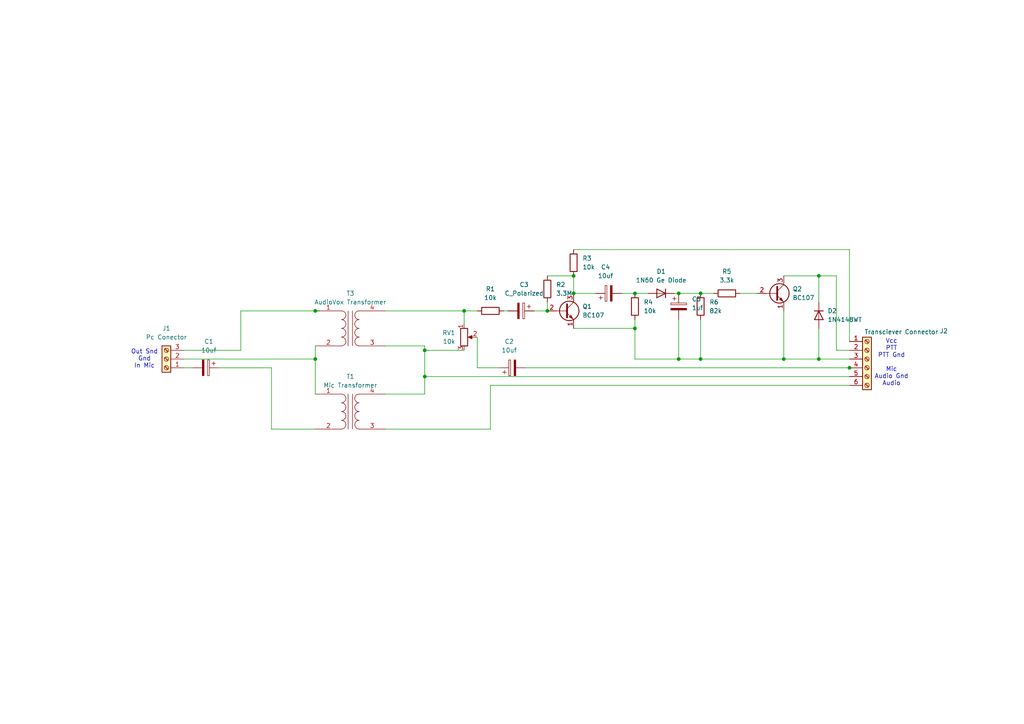
<source format=kicad_sch>
(kicad_sch (version 20250114) (generator "eeschema") (generator_version "9.0")
  (paper "A4")
  (title_block (title "Interfaz de audio para modos digitales IC-725") (date "2025-10-30") (rev "1") (company "Juan Jose Nicola"))
  (lib_symbols
    (symbol "Connector:Screw_Terminal_01x03" (pin_names (offset 1.016) (hide yes))
      (property "Reference" "J" (at 0 5.08 0))
      (property "Value" "Screw_Terminal_01x03" (at 0 -5.08 0))
      (symbol "Screw_Terminal_01x03_1_1"
        (rectangle (start -1.27 3.81) (end 1.27 -3.81) (stroke (width 0.254)) (fill (type background)))
        (polyline (pts (xy -0.5334 2.8702) (xy 0.3302 2.032)) (stroke (width 0.1524)))
        (polyline (pts (xy -0.5334 0.3302) (xy 0.3302 -0.508)) (stroke (width 0.1524)))
        (polyline (pts (xy -0.5334 -2.2098) (xy 0.3302 -3.048)) (stroke (width 0.1524)))
        (polyline (pts (xy -0.3556 3.048) (xy 0.508 2.2098)) (stroke (width 0.1524)))
        (polyline (pts (xy -0.3556 0.508) (xy 0.508 -0.3302)) (stroke (width 0.1524)))
        (polyline (pts (xy -0.3556 -2.032) (xy 0.508 -2.8702)) (stroke (width 0.1524)))
        (circle (center 0 2.54) (radius 0.635) (stroke (width 0.1524)))
        (circle (center 0 0) (radius 0.635) (stroke (width 0.1524)))
        (circle (center 0 -2.54) (radius 0.635) (stroke (width 0.1524)))
        (pin passive line (at -5.08 2.54 0) (length 3.81) (name "Pin_1") (number "1"))
        (pin passive line (at -5.08 0 0) (length 3.81) (name "Pin_2") (number "2"))
        (pin passive line (at -5.08 -2.54 0) (length 3.81) (name "Pin_3") (number "3"))
      )
    )
    (symbol "Connector:Screw_Terminal_01x06" (pin_names (offset 1.016) (hide yes))
      (property "Reference" "J" (at 0 7.62 0))
      (property "Value" "Screw_Terminal_01x06" (at 0 -10.16 0))
      (symbol "Screw_Terminal_01x06_1_1"
        (rectangle (start -1.27 6.35) (end 1.27 -8.89) (stroke (width 0.254)) (fill (type background)))
        (polyline (pts (xy -0.5334 5.4102) (xy 0.3302 4.572)) (stroke (width 0.1524)))
        (polyline (pts (xy -0.5334 2.8702) (xy 0.3302 2.032)) (stroke (width 0.1524)))
        (polyline (pts (xy -0.5334 0.3302) (xy 0.3302 -0.508)) (stroke (width 0.1524)))
        (polyline (pts (xy -0.5334 -2.2098) (xy 0.3302 -3.048)) (stroke (width 0.1524)))
        (polyline (pts (xy -0.5334 -4.7498) (xy 0.3302 -5.588)) (stroke (width 0.1524)))
        (polyline (pts (xy -0.5334 -7.2898) (xy 0.3302 -8.128)) (stroke (width 0.1524)))
        (polyline (pts (xy -0.3556 5.588) (xy 0.508 4.7498)) (stroke (width 0.1524)))
        (polyline (pts (xy -0.3556 3.048) (xy 0.508 2.2098)) (stroke (width 0.1524)))
        (polyline (pts (xy -0.3556 0.508) (xy 0.508 -0.3302)) (stroke (width 0.1524)))
        (polyline (pts (xy -0.3556 -2.032) (xy 0.508 -2.8702)) (stroke (width 0.1524)))
        (polyline (pts (xy -0.3556 -4.572) (xy 0.508 -5.4102)) (stroke (width 0.1524)))
        (polyline (pts (xy -0.3556 -7.112) (xy 0.508 -7.9502)) (stroke (width 0.1524)))
        (circle (center 0 5.08) (radius 0.635) (stroke (width 0.1524)))
        (circle (center 0 2.54) (radius 0.635) (stroke (width 0.1524)))
        (circle (center 0 0) (radius 0.635) (stroke (width 0.1524)))
        (circle (center 0 -2.54) (radius 0.635) (stroke (width 0.1524)))
        (circle (center 0 -5.08) (radius 0.635) (stroke (width 0.1524)))
        (circle (center 0 -7.62) (radius 0.635) (stroke (width 0.1524)))
        (pin passive line (at -5.08 5.08 0) (length 3.81) (name "Pin_1") (number "1"))
        (pin passive line (at -5.08 2.54 0) (length 3.81) (name "Pin_2") (number "2"))
        (pin passive line (at -5.08 0 0) (length 3.81) (name "Pin_3") (number "3"))
        (pin passive line (at -5.08 -2.54 0) (length 3.81) (name "Pin_4") (number "4"))
        (pin passive line (at -5.08 -5.08 0) (length 3.81) (name "Pin_5") (number "5"))
        (pin passive line (at -5.08 -7.62 0) (length 3.81) (name "Pin_6") (number "6"))
      )
    )
    (symbol "Device:C_Polarized" (pin_numbers (hide yes)) (pin_names (offset 0.254))
      (property "Reference" "C" (at 0.635 2.54 0))
      (property "Value" "C_Polarized" (at 0.635 -2.54 0))
      (symbol "C_Polarized_0_1"
        (rectangle (start -2.286 0.508) (end 2.286 1.016))
        (polyline (pts (xy -1.778 2.286) (xy -0.762 2.286)))
        (polyline (pts (xy -1.27 2.794) (xy -1.27 1.778)))
        (rectangle (start 2.286 -0.508) (end -2.286 -1.016) (fill (type outline)))
      )
      (symbol "C_Polarized_1_1"
        (pin passive line (at 0 3.81 270) (length 2.794) (name "~") (number "1"))
        (pin passive line (at 0 -3.81 90) (length 2.794) (name "~") (number "2"))
      )
    )
    (symbol "Device:R" (pin_numbers (hide yes)) (pin_names (offset 0))
      (property "Reference" "R" (at 2.032 0 90))
      (property "Value" "R" (at 0 0 90))
      (symbol "R_0_1"
        (rectangle (start -1.016 -2.54) (end 1.016 2.54) (stroke (width 0.254)))
      )
      (symbol "R_1_1"
        (pin passive line (at 0 3.81 270) (length 1.27) (name "~") (number "1"))
        (pin passive line (at 0 -3.81 90) (length 1.27) (name "~") (number "2"))
      )
    )
    (symbol "Device:R_Potentiometer" (pin_names (offset 1.016) (hide yes))
      (property "Reference" "RV" (at -4.445 0 90))
      (property "Value" "R_Potentiometer" (at -2.54 0 90))
      (symbol "R_Potentiometer_0_1"
        (rectangle (start 1.016 2.54) (end -1.016 -2.54) (stroke (width 0.254)))
        (polyline (pts (xy 1.143 0) (xy 2.286 0.508) (xy 2.286 -0.508) (xy 1.143 0)) (fill (type outline)))
        (polyline (pts (xy 2.54 0) (xy 1.524 0)))
      )
      (symbol "R_Potentiometer_1_1"
        (pin passive line (at 0 3.81 270) (length 1.27) (name "1") (number "1"))
        (pin passive line (at 0 -3.81 90) (length 1.27) (name "3") (number "3"))
        (pin passive line (at 3.81 0 180) (length 1.27) (name "2") (number "2"))
      )
    )
    (symbol "Device:Transformer_1P_1S" (pin_names (offset 1.016) (hide yes))
      (property "Reference" "T" (at 0 6.35 0))
      (property "Value" "Transformer_1P_1S" (at 0 -7.62 0))
      (symbol "Transformer_1P_1S_0_1"
        (arc (start -1.27 3.81) (mid -1.656 2.9336) (end -2.54 2.5654))
        (arc (start -1.27 1.27) (mid -1.656 0.3936) (end -2.54 0.0254))
        (arc (start -1.27 -1.27) (mid -1.656 -2.1464) (end -2.54 -2.5146))
        (arc (start -1.27 -3.81) (mid -1.656 -4.6864) (end -2.54 -5.0546))
        (arc (start -2.54 5.08) (mid -1.642 4.708) (end -1.27 3.81))
        (arc (start -2.54 2.54) (mid -1.642 2.168) (end -1.27 1.27))
        (arc (start -2.54 0) (mid -1.642 -0.372) (end -1.27 -1.27))
        (arc (start -2.54 -2.54) (mid -1.642 -2.912) (end -1.27 -3.81))
        (polyline (pts (xy -0.635 5.08) (xy -0.635 -5.08)))
        (polyline (pts (xy 0.635 -5.08) (xy 0.635 5.08)))
        (arc (start 1.2954 3.81) (mid 1.6457 4.7117) (end 2.54 5.08))
        (arc (start 1.2954 1.27) (mid 1.6457 2.1717) (end 2.54 2.54))
        (arc (start 1.2954 -1.27) (mid 1.6457 -0.3683) (end 2.54 0))
        (arc (start 2.54 2.5654) (mid 1.6599 2.9299) (end 1.2954 3.81))
        (arc (start 2.54 0.0254) (mid 1.6599 0.3899) (end 1.2954 1.27))
        (arc (start 2.54 -2.5146) (mid 1.6599 -2.1501) (end 1.2954 -1.27))
        (arc (start 1.3208 -3.81) (mid 1.6711 -2.9085) (end 2.5654 -2.54))
        (arc (start 2.5654 -5.0546) (mid 1.6851 -4.6902) (end 1.3208 -3.81))
      )
      (symbol "Transformer_1P_1S_1_1"
        (pin passive line (at -10.16 5.08 0) (length 7.62) (name "AA") (number "1"))
        (pin passive line (at -10.16 -5.08 0) (length 7.62) (name "AB") (number "2"))
        (pin passive line (at 10.16 5.08 180) (length 7.62) (name "SB") (number "4"))
        (pin passive line (at 10.16 -5.08 180) (length 7.62) (name "SA") (number "3"))
      )
    )
    (symbol "Diode:1N4148WT" (pin_numbers (hide yes)) (pin_names (hide yes))
      (property "Reference" "D" (at 0 2.54 0))
      (property "Value" "1N4148WT" (at 0 -2.54 0))
      (symbol "1N4148WT_0_1"
        (polyline (pts (xy -1.27 1.27) (xy -1.27 -1.27)) (stroke (width 0.254)))
        (polyline (pts (xy 1.27 1.27) (xy 1.27 -1.27) (xy -1.27 0) (xy 1.27 1.27)) (stroke (width 0.254)))
        (polyline (pts (xy 1.27 0) (xy -1.27 0)))
      )
      (symbol "1N4148WT_1_1"
        (pin passive line (at -3.81 0 0) (length 2.54) (name "K") (number "1"))
        (pin passive line (at 3.81 0 180) (length 2.54) (name "A") (number "2"))
      )
    )
    (symbol "Transistor_BJT:BC107" (pin_names (offset 0) (hide yes))
      (property "Reference" "Q" (at 5.08 1.905 0))
      (property "Value" "BC107" (at 5.08 0 0))
      (symbol "BC107_0_1"
        (polyline (pts (xy -2.54 0) (xy 0.635 0)))
        (polyline (pts (xy 0.635 1.905) (xy 0.635 -1.905)) (stroke (width 0.508)))
        (circle (center 1.27 0) (radius 2.8194) (stroke (width 0.254)))
      )
      (symbol "BC107_1_1"
        (polyline (pts (xy 0.635 0.635) (xy 2.54 2.54)))
        (polyline (pts (xy 0.635 -0.635) (xy 2.54 -2.54)))
        (polyline (pts (xy 1.27 -1.778) (xy 1.778 -1.27) (xy 2.286 -2.286) (xy 1.27 -1.778)) (fill (type outline)))
        (pin input line (at -5.08 0 0) (length 2.54) (name "B") (number "2"))
        (pin passive line (at 2.54 5.08 270) (length 2.54) (name "C") (number "3"))
        (pin passive line (at 2.54 -5.08 90) (length 2.54) (name "E") (number "1"))
      )
    )
  )
  (text "Out Snd\nGnd\nIn Mic" (at 41.91 104.14 0) (effects (font (size 1.27 1.27))))
  (text "Vcc\nPTT\nPTT Gnd\n\nMic\nAudio Gnd\nAudio" (at 258.572 105.156 0) (effects (font (size 1.27 1.27))))
  (junction (at 158.75 90.17))
  (junction (at 227.33 104.14))
  (junction (at 196.85 104.14))
  (junction (at 123.19 109.22))
  (junction (at 184.15 95.25))
  (junction (at 196.85 85.09))
  (junction (at 184.15 85.09))
  (junction (at 91.44 104.14))
  (junction (at 134.62 90.17))
  (junction (at 203.2 104.14))
  (junction (at 166.37 85.09))
  (junction (at 91.44 90.17))
  (junction (at 237.49 80.01))
  (junction (at 166.37 80.01))
  (junction (at 246.38 106.68))
  (junction (at 203.2 85.09))
  (junction (at 123.19 101.6))
  (junction (at 237.49 104.14))
  (wire (pts (xy 246.38 106.68) (xy 247.65 106.68)))
  (wire (pts (xy 246.38 104.14) (xy 237.49 104.14)))
  (wire (pts (xy 134.62 101.6) (xy 123.19 101.6)))
  (wire (pts (xy 195.58 85.09) (xy 196.85 85.09)))
  (wire (pts (xy 237.49 80.01) (xy 237.49 87.63)))
  (wire (pts (xy 146.05 90.17) (xy 147.32 90.17)))
  (wire (pts (xy 158.75 87.63) (xy 158.75 90.17)))
  (wire (pts (xy 152.4 106.68) (xy 246.38 106.68)))
  (wire (pts (xy 203.2 104.14) (xy 196.85 104.14)))
  (wire (pts (xy 111.76 100.33) (xy 123.19 100.33)))
  (wire (pts (xy 246.38 109.22) (xy 123.19 109.22)))
  (wire (pts (xy 63.5 106.68) (xy 78.74 106.68)))
  (wire (pts (xy 142.24 111.76) (xy 142.24 124.46)))
  (wire (pts (xy 184.15 85.09) (xy 187.96 85.09)))
  (wire (pts (xy 123.19 100.33) (xy 123.19 101.6)))
  (wire (pts (xy 69.85 90.17) (xy 91.44 90.17)))
  (wire (pts (xy 78.74 106.68) (xy 78.74 124.46)))
  (wire (pts (xy 53.34 101.6) (xy 69.85 101.6)))
  (wire (pts (xy 111.76 114.3) (xy 123.19 114.3)))
  (wire (pts (xy 242.57 80.01) (xy 237.49 80.01)))
  (wire (pts (xy 166.37 95.25) (xy 184.15 95.25)))
  (wire (pts (xy 227.33 80.01) (xy 237.49 80.01)))
  (wire (pts (xy 227.33 90.17) (xy 227.33 104.14)))
  (wire (pts (xy 214.63 85.09) (xy 219.71 85.09)))
  (wire (pts (xy 166.37 85.09) (xy 172.72 85.09)))
  (wire (pts (xy 203.2 85.09) (xy 207.01 85.09)))
  (wire (pts (xy 227.33 104.14) (xy 203.2 104.14)))
  (wire (pts (xy 138.43 106.68) (xy 144.78 106.68)))
  (wire (pts (xy 203.2 92.71) (xy 203.2 104.14)))
  (wire (pts (xy 196.85 85.09) (xy 203.2 85.09)))
  (wire (pts (xy 111.76 90.17) (xy 134.62 90.17)))
  (wire (pts (xy 134.62 90.17) (xy 134.62 93.98)))
  (wire (pts (xy 91.44 90.17) (xy 92.71 90.17)))
  (wire (pts (xy 142.24 111.76) (xy 246.38 111.76)))
  (wire (pts (xy 123.19 109.22) (xy 123.19 114.3)))
  (wire (pts (xy 69.85 101.6) (xy 69.85 90.17)))
  (wire (pts (xy 154.94 90.17) (xy 158.75 90.17)))
  (wire (pts (xy 237.49 104.14) (xy 227.33 104.14)))
  (wire (pts (xy 180.34 85.09) (xy 184.15 85.09)))
  (wire (pts (xy 53.34 106.68) (xy 55.88 106.68)))
  (wire (pts (xy 196.85 92.71) (xy 196.85 104.14)))
  (wire (pts (xy 138.43 97.79) (xy 138.43 106.68)))
  (wire (pts (xy 246.38 101.6) (xy 242.57 101.6)))
  (wire (pts (xy 123.19 101.6) (xy 123.19 109.22)))
  (wire (pts (xy 158.75 80.01) (xy 166.37 80.01)))
  (wire (pts (xy 184.15 104.14) (xy 184.15 95.25)))
  (wire (pts (xy 246.38 99.06) (xy 246.38 72.39)))
  (wire (pts (xy 53.34 104.14) (xy 91.44 104.14)))
  (wire (pts (xy 78.74 124.46) (xy 91.44 124.46)))
  (wire (pts (xy 111.76 124.46) (xy 142.24 124.46)))
  (wire (pts (xy 196.85 104.14) (xy 184.15 104.14)))
  (wire (pts (xy 242.57 101.6) (xy 242.57 80.01)))
  (wire (pts (xy 91.44 104.14) (xy 91.44 100.33)))
  (wire (pts (xy 91.44 104.14) (xy 91.44 114.3)))
  (wire (pts (xy 166.37 80.01) (xy 166.37 85.09)))
  (wire (pts (xy 237.49 95.25) (xy 237.49 104.14)))
  (wire (pts (xy 184.15 95.25) (xy 184.15 92.71)))
  (wire (pts (xy 246.38 72.39) (xy 166.37 72.39)))
  (wire (pts (xy 134.62 90.17) (xy 138.43 90.17)))
  (symbol (lib_id "Device:R") (at 203.2 88.9 0) (unit 1)
    (property "Reference" "R6" (at 205.74 87.6299 0) (effects (justify left)))
    (property "Value" "82k" (at 205.74 90.1699 0) (effects (justify left)))
    (property "Footprint" "Resistor_THT:R_Axial_DIN0414_L11.9mm_D4.5mm_P20.32mm_Horizontal" (effects (hide yes)))
    (property "Description" "Resistor" (effects (hide yes)))
  )
  (symbol (lib_id "Device:C_Polarized") (at 196.85 88.9 0) (unit 1)
    (property "Reference" "C5" (at 200.66 86.7409 0) (effects (justify left)))
    (property "Value" "1uf" (at 200.66 89.2809 0) (effects (justify left)))
    (property "Footprint" "Capacitor_THT:CP_Radial_D5.0mm_P2.00mm" (effects (hide yes)))
    (property "Description" "Polarized capacitor" (effects (hide yes)))
  )
  (symbol (lib_id "Diode:1N4148WT") (at 191.77 85.09 180) (unit 1)
    (property "Reference" "D1" (at 191.77 78.74 0))
    (property "Value" "1N60 Ge Diode" (at 191.77 81.28 0))
    (property "Footprint" "Diode_THT:D_DO-15_P10.16mm_Horizontal" (effects (hide yes)))
    (property "Datasheet" "https://www.diodes.com/assets/Datasheets/ds30396.pdf" (effects (hide yes)))
    (property "Description" "75V 0.15A Fast switching Diode, SOD-523" (effects (hide yes)))
    (property "Sim.Device" "D" (effects (hide yes)))
    (property "Sim.Pins" "1=K 2=A" (effects (hide yes)))
  )
  (symbol (lib_id "Device:R") (at 166.37 76.2 0) (unit 1)
    (property "Reference" "R3" (at 168.91 74.9299 0) (effects (justify left)))
    (property "Value" "10k" (at 168.91 77.4699 0) (effects (justify left)))
    (property "Footprint" "Resistor_THT:R_Axial_DIN0414_L11.9mm_D4.5mm_P20.32mm_Horizontal" (effects (hide yes)))
    (property "Description" "Resistor" (effects (hide yes)))
  )
  (symbol (lib_id "Device:R") (at 184.15 88.9 180) (unit 1)
    (property "Reference" "R4" (at 186.69 87.6299 0) (effects (justify right)))
    (property "Value" "10k" (at 186.69 90.1699 0) (effects (justify right)))
    (property "Footprint" "Resistor_THT:R_Axial_DIN0414_L11.9mm_D4.5mm_P20.32mm_Horizontal" (effects (hide yes)))
    (property "Description" "Resistor" (effects (hide yes)))
  )
  (symbol (lib_id "Device:Transformer_1P_1S") (at 101.6 119.38 0) (unit 1)
    (property "Reference" "T1" (at 101.6127 109.22 0))
    (property "Value" "Mic Transformer" (at 101.6127 111.76 0))
    (property "Footprint" "Transformer_THT:Transformer_Zeming_ZMPT101K" (effects (hide yes)))
    (property "Description" "Transformer, single primary, single secondary" (effects (hide yes)))
  )
  (symbol (lib_id "Transistor_BJT:BC107") (at 163.83 90.17 0) (unit 1)
    (property "Reference" "Q1" (at 168.91 88.8999 0) (effects (justify left)))
    (property "Value" "BC107" (at 168.91 91.4399 0) (effects (justify left)))
    (property "Footprint" "Package_TO_SOT_THT:TO-92L_Inline_Wide" (effects (hide yes)))
    (property "Datasheet" "http://www.b-kainka.de/Daten/Transistor/BC108.pdf" (effects (hide yes)))
    (property "Description" "0.1A Ic, 50V Vce, Low Noise General Purpose NPN Transistor, TO-18" (effects (hide yes)))
  )
  (symbol (lib_id "Device:R") (at 210.82 85.09 90) (unit 1)
    (property "Reference" "R5" (at 210.82 78.74 90))
    (property "Value" "3.3k" (at 210.82 81.28 90))
    (property "Footprint" "Resistor_THT:R_Axial_DIN0414_L11.9mm_D4.5mm_P20.32mm_Horizontal" (effects (hide yes)))
    (property "Description" "Resistor" (effects (hide yes)))
  )
  (symbol (lib_id "Transistor_BJT:BC107") (at 224.79 85.09 0) (unit 1)
    (property "Reference" "Q2" (at 229.87 83.8199 0) (effects (justify left)))
    (property "Value" "BC107" (at 229.87 86.3599 0) (effects (justify left)))
    (property "Footprint" "Package_TO_SOT_THT:TO-92L_Inline" (effects (hide yes)))
    (property "Datasheet" "http://www.b-kainka.de/Daten/Transistor/BC108.pdf" (effects (hide yes)))
    (property "Description" "0.1A Ic, 50V Vce, Low Noise General Purpose NPN Transistor, TO-18" (effects (hide yes)))
  )
  (symbol (lib_id "Diode:1N4148WT") (at 237.49 91.44 270) (unit 1)
    (property "Reference" "D2" (at 240.03 90.1699 90) (effects (justify left)))
    (property "Value" "1N4148WT" (at 240.03 92.7099 90) (effects (justify left)))
    (property "Footprint" "Diode_THT:D_DO-15_P10.16mm_Horizontal" (effects (hide yes)))
    (property "Datasheet" "https://www.diodes.com/assets/Datasheets/ds30396.pdf" (effects (hide yes)))
    (property "Description" "75V 0.15A Fast switching Diode, SOD-523" (effects (hide yes)))
    (property "Sim.Device" "D" (effects (hide yes)))
    (property "Sim.Pins" "1=K 2=A" (effects (hide yes)))
  )
  (symbol (lib_id "Connector:Screw_Terminal_01x03") (at 48.26 104.14 180) (unit 1)
    (property "Reference" "J1" (at 48.26 95.25 0))
    (property "Value" "Pc Conector" (at 48.26 97.79 0))
    (property "Footprint" "TerminalBlock_TE-Connectivity:TerminalBlock_TE_282834-3_1x03_P2.54mm_Horizontal" (effects (hide yes)))
    (property "Description" "Generic screw terminal, single row, 01x03, script generated (kicad-library-utils/schlib/autogen/connector/)" (effects (hide yes)))
  )
  (symbol (lib_id "Device:C_Polarized") (at 148.59 106.68 90) (unit 1)
    (property "Reference" "C2" (at 147.701 99.06 90))
    (property "Value" "10uf" (at 147.701 101.6 90))
    (property "Footprint" "Capacitor_THT:CP_Radial_D5.0mm_P2.00mm" (effects (hide yes)))
    (property "Description" "Polarized capacitor" (effects (hide yes)))
  )
  (symbol (lib_id "Device:R") (at 158.75 83.82 0) (unit 1)
    (property "Reference" "R2" (at 161.29 82.5499 0) (effects (justify left)))
    (property "Value" "3.3M" (at 161.29 85.0899 0) (effects (justify left)))
    (property "Footprint" "Resistor_THT:R_Axial_DIN0414_L11.9mm_D4.5mm_P20.32mm_Horizontal" (effects (hide yes)))
    (property "Description" "Resistor" (effects (hide yes)))
  )
  (symbol (lib_id "Device:R_Potentiometer") (at 134.62 97.79 0) (unit 1)
    (property "Reference" "RV1" (at 132.08 96.5199 0) (effects (justify right)))
    (property "Value" "10k" (at 132.08 99.0599 0) (effects (justify right)))
    (property "Footprint" "Potentiometer_THT:Potentiometer_Bourns_3266Z_Horizontal" (effects (hide yes)))
    (property "Description" "Potentiometer" (effects (hide yes)))
  )
  (symbol (lib_id "Device:R") (at 142.24 90.17 90) (unit 1)
    (property "Reference" "R1" (at 142.24 83.82 90))
    (property "Value" "10k" (at 142.24 86.36 90))
    (property "Footprint" "Resistor_THT:R_Axial_DIN0414_L11.9mm_D4.5mm_P20.32mm_Horizontal" (effects (hide yes)))
    (property "Description" "Resistor" (effects (hide yes)))
  )
  (symbol (lib_id "Device:C_Polarized") (at 176.53 85.09 90) (unit 1)
    (property "Reference" "C4" (at 175.641 77.47 90))
    (property "Value" "10uf" (at 175.641 80.01 90))
    (property "Footprint" "Capacitor_THT:CP_Radial_D5.0mm_P2.00mm" (effects (hide yes)))
    (property "Description" "Polarized capacitor" (effects (hide yes)))
  )
  (symbol (lib_id "Connector:Screw_Terminal_01x06") (at 251.46 104.14 0) (unit 1)
    (property "Reference" "J2" (at 272.542 96.012 0) (effects (justify left)))
    (property "Value" "Transciever Connector" (at 250.698 96.266 0) (effects (justify left)))
    (property "Footprint" "TerminalBlock_TE-Connectivity:TerminalBlock_TE_282834-6_1x06_P2.54mm_Horizontal" (effects (hide yes)))
    (property "Description" "Generic screw terminal, single row, 01x06, script generated (kicad-library-utils/schlib/autogen/connector/)" (effects (hide yes)))
  )
  (symbol (lib_id "Device:C_Polarized") (at 151.13 90.17 270) (unit 1)
    (property "Reference" "C3" (at 152.019 82.55 90))
    (property "Value" "C_Polarized" (at 152.019 85.09 90))
    (property "Footprint" "Capacitor_THT:CP_Radial_D5.0mm_P2.00mm" (effects (hide yes)))
    (property "Description" "Polarized capacitor" (effects (hide yes)))
  )
  (symbol (lib_id "Device:C_Polarized") (at 59.69 106.68 270) (unit 1)
    (property "Reference" "C1" (at 60.579 99.06 90))
    (property "Value" "10uf" (at 60.579 101.6 90))
    (property "Footprint" "Capacitor_THT:CP_Radial_D5.0mm_P2.00mm" (effects (hide yes)))
    (property "Description" "Polarized capacitor" (effects (hide yes)))
  )
  (symbol (lib_id "Device:Transformer_1P_1S") (at 101.6 95.25 0) (unit 1)
    (property "Reference" "T3" (at 101.6127 85.09 0))
    (property "Value" "AudioVox Transformer" (at 101.6127 87.63 0))
    (property "Footprint" "Transformer_THT:Transformer_Zeming_ZMPT101K" (effects (hide yes)))
    (property "Description" "Transformer, single primary, single secondary" (effects (hide yes)))
  )
)
</source>
